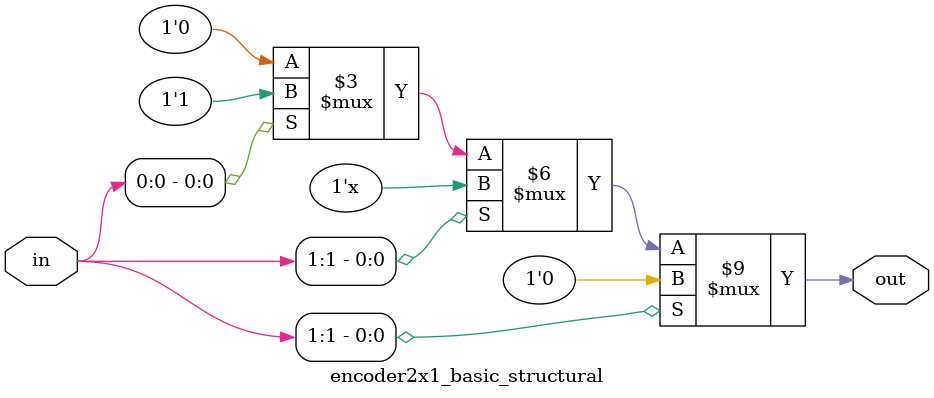
<source format=v>
module encoder2x1_basic_structural(input [1:0] in, output reg out);

    always @(*) begin
        if (in[1]) begin
            out = 2'b10;
        end else if (in[0]) begin
            out = 2'b01;
        end else begin
            out = 2'b00;
        end
    end
    

endmodule

</source>
